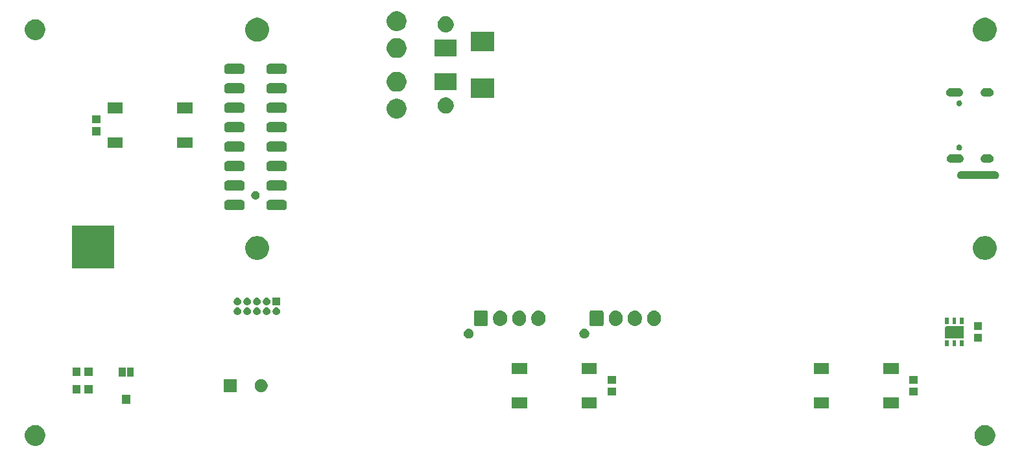
<source format=gbs>
G04 #@! TF.GenerationSoftware,KiCad,Pcbnew,(5.1.4)-1*
G04 #@! TF.CreationDate,2020-04-03T20:38:11+08:00*
G04 #@! TF.ProjectId,SmartAPS,536d6172-7441-4505-932e-6b696361645f,1.0*
G04 #@! TF.SameCoordinates,PX5f5e100PY7bfa480*
G04 #@! TF.FileFunction,Soldermask,Bot*
G04 #@! TF.FilePolarity,Negative*
%FSLAX46Y46*%
G04 Gerber Fmt 4.6, Leading zero omitted, Abs format (unit mm)*
G04 Created by KiCad (PCBNEW (5.1.4)-1) date 2020-04-03 20:38:11*
%MOMM*%
%LPD*%
G04 APERTURE LIST*
%ADD10C,0.100000*%
G04 APERTURE END LIST*
D10*
G36*
X13300000Y25300000D02*
G01*
X7800000Y25300000D01*
X7800000Y30900000D01*
X13300000Y30900000D01*
X13300000Y25300000D01*
G37*
G36*
X127393779Y4798121D02*
G01*
X127639465Y4696355D01*
X127860572Y4548616D01*
X128048616Y4360572D01*
X128196355Y4139465D01*
X128298121Y3893779D01*
X128350000Y3632966D01*
X128350000Y3367034D01*
X128298121Y3106221D01*
X128196355Y2860535D01*
X128048616Y2639428D01*
X127860572Y2451384D01*
X127639465Y2303645D01*
X127393779Y2201879D01*
X127132966Y2150000D01*
X126867034Y2150000D01*
X126606221Y2201879D01*
X126360535Y2303645D01*
X126139428Y2451384D01*
X125951384Y2639428D01*
X125803645Y2860535D01*
X125701879Y3106221D01*
X125650000Y3367034D01*
X125650000Y3632966D01*
X125701879Y3893779D01*
X125803645Y4139465D01*
X125951384Y4360572D01*
X126139428Y4548616D01*
X126360535Y4696355D01*
X126606221Y4798121D01*
X126867034Y4850000D01*
X127132966Y4850000D01*
X127393779Y4798121D01*
X127393779Y4798121D01*
G37*
G36*
X3393779Y4798121D02*
G01*
X3639465Y4696355D01*
X3860572Y4548616D01*
X4048616Y4360572D01*
X4196355Y4139465D01*
X4298121Y3893779D01*
X4350000Y3632966D01*
X4350000Y3367034D01*
X4298121Y3106221D01*
X4196355Y2860535D01*
X4048616Y2639428D01*
X3860572Y2451384D01*
X3639465Y2303645D01*
X3393779Y2201879D01*
X3132966Y2150000D01*
X2867034Y2150000D01*
X2606221Y2201879D01*
X2360535Y2303645D01*
X2139428Y2451384D01*
X1951384Y2639428D01*
X1803645Y2860535D01*
X1701879Y3106221D01*
X1650000Y3367034D01*
X1650000Y3632966D01*
X1701879Y3893779D01*
X1803645Y4139465D01*
X1951384Y4360572D01*
X2139428Y4548616D01*
X2360535Y4696355D01*
X2606221Y4798121D01*
X2867034Y4850000D01*
X3132966Y4850000D01*
X3393779Y4798121D01*
X3393779Y4798121D01*
G37*
G36*
X76350000Y7050000D02*
G01*
X74350000Y7050000D01*
X74350000Y8450000D01*
X76350000Y8450000D01*
X76350000Y7050000D01*
X76350000Y7050000D01*
G37*
G36*
X106650000Y7050000D02*
G01*
X104650000Y7050000D01*
X104650000Y8450000D01*
X106650000Y8450000D01*
X106650000Y7050000D01*
X106650000Y7050000D01*
G37*
G36*
X115750000Y7050000D02*
G01*
X113750000Y7050000D01*
X113750000Y8450000D01*
X115750000Y8450000D01*
X115750000Y7050000D01*
X115750000Y7050000D01*
G37*
G36*
X67250000Y7050000D02*
G01*
X65250000Y7050000D01*
X65250000Y8450000D01*
X67250000Y8450000D01*
X67250000Y7050000D01*
X67250000Y7050000D01*
G37*
G36*
X15450000Y7625000D02*
G01*
X14350000Y7625000D01*
X14350000Y8825000D01*
X15450000Y8825000D01*
X15450000Y7625000D01*
X15450000Y7625000D01*
G37*
G36*
X78840000Y8715000D02*
G01*
X77760000Y8715000D01*
X77760000Y9745000D01*
X78840000Y9745000D01*
X78840000Y8715000D01*
X78840000Y8715000D01*
G37*
G36*
X118240000Y8715000D02*
G01*
X117160000Y8715000D01*
X117160000Y9745000D01*
X118240000Y9745000D01*
X118240000Y8715000D01*
X118240000Y8715000D01*
G37*
G36*
X8945000Y8960000D02*
G01*
X7915000Y8960000D01*
X7915000Y10040000D01*
X8945000Y10040000D01*
X8945000Y8960000D01*
X8945000Y8960000D01*
G37*
G36*
X10485000Y8960000D02*
G01*
X9455000Y8960000D01*
X9455000Y10040000D01*
X10485000Y10040000D01*
X10485000Y8960000D01*
X10485000Y8960000D01*
G37*
G36*
X29350000Y9150000D02*
G01*
X27650000Y9150000D01*
X27650000Y10850000D01*
X29350000Y10850000D01*
X29350000Y9150000D01*
X29350000Y9150000D01*
G37*
G36*
X32747934Y10817336D02*
G01*
X32902625Y10753261D01*
X32902626Y10753260D01*
X33041844Y10660238D01*
X33160238Y10541844D01*
X33222533Y10448612D01*
X33253261Y10402625D01*
X33317336Y10247934D01*
X33350000Y10083720D01*
X33350000Y9916280D01*
X33317336Y9752066D01*
X33253261Y9597375D01*
X33253260Y9597374D01*
X33160238Y9458156D01*
X33041844Y9339762D01*
X32948612Y9277467D01*
X32902625Y9246739D01*
X32747934Y9182664D01*
X32583720Y9150000D01*
X32416280Y9150000D01*
X32252066Y9182664D01*
X32097375Y9246739D01*
X32051388Y9277467D01*
X31958156Y9339762D01*
X31839762Y9458156D01*
X31746740Y9597374D01*
X31746739Y9597375D01*
X31682664Y9752066D01*
X31650000Y9916280D01*
X31650000Y10083720D01*
X31682664Y10247934D01*
X31746739Y10402625D01*
X31777467Y10448612D01*
X31839762Y10541844D01*
X31958156Y10660238D01*
X32097374Y10753260D01*
X32097375Y10753261D01*
X32252066Y10817336D01*
X32416280Y10850000D01*
X32583720Y10850000D01*
X32747934Y10817336D01*
X32747934Y10817336D01*
G37*
G36*
X118240000Y10255000D02*
G01*
X117160000Y10255000D01*
X117160000Y11285000D01*
X118240000Y11285000D01*
X118240000Y10255000D01*
X118240000Y10255000D01*
G37*
G36*
X78840000Y10255000D02*
G01*
X77760000Y10255000D01*
X77760000Y11285000D01*
X78840000Y11285000D01*
X78840000Y10255000D01*
X78840000Y10255000D01*
G37*
G36*
X15900000Y11175000D02*
G01*
X15000000Y11175000D01*
X15000000Y12375000D01*
X15900000Y12375000D01*
X15900000Y11175000D01*
X15900000Y11175000D01*
G37*
G36*
X14800000Y11175000D02*
G01*
X13900000Y11175000D01*
X13900000Y12375000D01*
X14800000Y12375000D01*
X14800000Y11175000D01*
X14800000Y11175000D01*
G37*
G36*
X8945000Y11260000D02*
G01*
X7915000Y11260000D01*
X7915000Y12340000D01*
X8945000Y12340000D01*
X8945000Y11260000D01*
X8945000Y11260000D01*
G37*
G36*
X10485000Y11260000D02*
G01*
X9455000Y11260000D01*
X9455000Y12340000D01*
X10485000Y12340000D01*
X10485000Y11260000D01*
X10485000Y11260000D01*
G37*
G36*
X106650000Y11550000D02*
G01*
X104650000Y11550000D01*
X104650000Y12950000D01*
X106650000Y12950000D01*
X106650000Y11550000D01*
X106650000Y11550000D01*
G37*
G36*
X115750000Y11550000D02*
G01*
X113750000Y11550000D01*
X113750000Y12950000D01*
X115750000Y12950000D01*
X115750000Y11550000D01*
X115750000Y11550000D01*
G37*
G36*
X67250000Y11550000D02*
G01*
X65250000Y11550000D01*
X65250000Y12950000D01*
X67250000Y12950000D01*
X67250000Y11550000D01*
X67250000Y11550000D01*
G37*
G36*
X76350000Y11550000D02*
G01*
X74350000Y11550000D01*
X74350000Y12950000D01*
X76350000Y12950000D01*
X76350000Y11550000D01*
X76350000Y11550000D01*
G37*
G36*
X123250000Y15150000D02*
G01*
X122750000Y15150000D01*
X122750000Y15950000D01*
X123250000Y15950000D01*
X123250000Y15150000D01*
X123250000Y15150000D01*
G37*
G36*
X124250000Y15150000D02*
G01*
X123750000Y15150000D01*
X123750000Y15950000D01*
X124250000Y15950000D01*
X124250000Y15150000D01*
X124250000Y15150000D01*
G37*
G36*
X122250000Y15150000D02*
G01*
X121750000Y15150000D01*
X121750000Y15950000D01*
X122250000Y15950000D01*
X122250000Y15150000D01*
X122250000Y15150000D01*
G37*
G36*
X126640000Y15715000D02*
G01*
X125560000Y15715000D01*
X125560000Y16745000D01*
X126640000Y16745000D01*
X126640000Y15715000D01*
X126640000Y15715000D01*
G37*
G36*
X74889597Y17425022D02*
G01*
X75007890Y17376024D01*
X75114348Y17304891D01*
X75204891Y17214348D01*
X75276024Y17107890D01*
X75325022Y16989597D01*
X75350000Y16864022D01*
X75350000Y16735978D01*
X75325022Y16610403D01*
X75276024Y16492110D01*
X75204891Y16385652D01*
X75114348Y16295109D01*
X75007890Y16223976D01*
X74889597Y16174978D01*
X74764022Y16150000D01*
X74635978Y16150000D01*
X74510403Y16174978D01*
X74392110Y16223976D01*
X74285652Y16295109D01*
X74195109Y16385652D01*
X74123976Y16492110D01*
X74074978Y16610403D01*
X74050000Y16735978D01*
X74050000Y16864022D01*
X74074978Y16989597D01*
X74123976Y17107890D01*
X74195109Y17214348D01*
X74285652Y17304891D01*
X74392110Y17376024D01*
X74510403Y17425022D01*
X74635978Y17450000D01*
X74764022Y17450000D01*
X74889597Y17425022D01*
X74889597Y17425022D01*
G37*
G36*
X59789597Y17425022D02*
G01*
X59907890Y17376024D01*
X60014348Y17304891D01*
X60104891Y17214348D01*
X60176024Y17107890D01*
X60225022Y16989597D01*
X60250000Y16864022D01*
X60250000Y16735978D01*
X60225022Y16610403D01*
X60176024Y16492110D01*
X60104891Y16385652D01*
X60014348Y16295109D01*
X59907890Y16223976D01*
X59789597Y16174978D01*
X59664022Y16150000D01*
X59535978Y16150000D01*
X59410403Y16174978D01*
X59292110Y16223976D01*
X59185652Y16295109D01*
X59095109Y16385652D01*
X59023976Y16492110D01*
X58974978Y16610403D01*
X58950000Y16735978D01*
X58950000Y16864022D01*
X58974978Y16989597D01*
X59023976Y17107890D01*
X59095109Y17214348D01*
X59185652Y17304891D01*
X59292110Y17376024D01*
X59410403Y17425022D01*
X59535978Y17450000D01*
X59664022Y17450000D01*
X59789597Y17425022D01*
X59789597Y17425022D01*
G37*
G36*
X124199996Y17800242D02*
G01*
X124200000Y17800242D01*
X124209802Y17799277D01*
X124219227Y17796418D01*
X124227913Y17791775D01*
X124235526Y17785526D01*
X124241775Y17777913D01*
X124246418Y17769227D01*
X124249277Y17759802D01*
X124250242Y17750000D01*
X124250435Y17748038D01*
X124250435Y16251962D01*
X124250242Y16250004D01*
X124250242Y16250000D01*
X124249277Y16240198D01*
X124246418Y16230773D01*
X124241775Y16222087D01*
X124235526Y16214474D01*
X124227913Y16208225D01*
X124219227Y16203582D01*
X124209802Y16200723D01*
X124200000Y16199758D01*
X124199996Y16199758D01*
X124198038Y16199565D01*
X121801962Y16199565D01*
X121800004Y16199758D01*
X121800000Y16199758D01*
X121790198Y16200723D01*
X121780773Y16203582D01*
X121772087Y16208225D01*
X121764474Y16214474D01*
X121758225Y16222087D01*
X121753582Y16230773D01*
X121750723Y16240198D01*
X121749758Y16250000D01*
X121749758Y16250004D01*
X121749565Y16251962D01*
X121749565Y17548038D01*
X121749758Y17550000D01*
X121750723Y17559802D01*
X121753582Y17569227D01*
X121758225Y17577913D01*
X121764474Y17585526D01*
X121764478Y17585530D01*
X121765723Y17587047D01*
X121962953Y17784277D01*
X121964470Y17785522D01*
X121964474Y17785526D01*
X121972087Y17791775D01*
X121980773Y17796418D01*
X121990198Y17799277D01*
X122000000Y17800242D01*
X122000004Y17800242D01*
X122001962Y17800435D01*
X124198038Y17800435D01*
X124199996Y17800242D01*
X124199996Y17800242D01*
G37*
G36*
X126640000Y17255000D02*
G01*
X125560000Y17255000D01*
X125560000Y18285000D01*
X126640000Y18285000D01*
X126640000Y17255000D01*
X126640000Y17255000D01*
G37*
G36*
X83976427Y19811978D02*
G01*
X84146082Y19760514D01*
X84302431Y19676944D01*
X84439475Y19564475D01*
X84551944Y19427431D01*
X84635514Y19271083D01*
X84686978Y19101428D01*
X84700000Y18969216D01*
X84700000Y18630785D01*
X84686978Y18498573D01*
X84635514Y18328917D01*
X84551944Y18172569D01*
X84439475Y18035525D01*
X84302431Y17923056D01*
X84146083Y17839486D01*
X83976428Y17788022D01*
X83800000Y17770645D01*
X83623573Y17788022D01*
X83453918Y17839486D01*
X83297570Y17923056D01*
X83160525Y18035525D01*
X83048056Y18172569D01*
X82964486Y18328917D01*
X82913022Y18498572D01*
X82900000Y18630784D01*
X82900000Y18969215D01*
X82913022Y19101427D01*
X82964486Y19271082D01*
X83048056Y19427431D01*
X83160525Y19564475D01*
X83297569Y19676944D01*
X83453917Y19760514D01*
X83623572Y19811978D01*
X83800000Y19829355D01*
X83976427Y19811978D01*
X83976427Y19811978D01*
G37*
G36*
X68876427Y19811978D02*
G01*
X69046082Y19760514D01*
X69202431Y19676944D01*
X69339475Y19564475D01*
X69451944Y19427431D01*
X69535514Y19271083D01*
X69586978Y19101428D01*
X69600000Y18969216D01*
X69600000Y18630785D01*
X69586978Y18498573D01*
X69535514Y18328917D01*
X69451944Y18172569D01*
X69339475Y18035525D01*
X69202431Y17923056D01*
X69046083Y17839486D01*
X68876428Y17788022D01*
X68700000Y17770645D01*
X68523573Y17788022D01*
X68353918Y17839486D01*
X68197570Y17923056D01*
X68060525Y18035525D01*
X67948056Y18172569D01*
X67864486Y18328917D01*
X67813022Y18498572D01*
X67800000Y18630784D01*
X67800000Y18969215D01*
X67813022Y19101427D01*
X67864486Y19271082D01*
X67948056Y19427431D01*
X68060525Y19564475D01*
X68197569Y19676944D01*
X68353917Y19760514D01*
X68523572Y19811978D01*
X68700000Y19829355D01*
X68876427Y19811978D01*
X68876427Y19811978D01*
G37*
G36*
X66376427Y19811978D02*
G01*
X66546082Y19760514D01*
X66702431Y19676944D01*
X66839475Y19564475D01*
X66951944Y19427431D01*
X67035514Y19271083D01*
X67086978Y19101428D01*
X67100000Y18969216D01*
X67100000Y18630785D01*
X67086978Y18498573D01*
X67035514Y18328917D01*
X66951944Y18172569D01*
X66839475Y18035525D01*
X66702431Y17923056D01*
X66546083Y17839486D01*
X66376428Y17788022D01*
X66200000Y17770645D01*
X66023573Y17788022D01*
X65853918Y17839486D01*
X65697570Y17923056D01*
X65560525Y18035525D01*
X65448056Y18172569D01*
X65364486Y18328917D01*
X65313022Y18498572D01*
X65300000Y18630784D01*
X65300000Y18969215D01*
X65313022Y19101427D01*
X65364486Y19271082D01*
X65448056Y19427431D01*
X65560525Y19564475D01*
X65697569Y19676944D01*
X65853917Y19760514D01*
X66023572Y19811978D01*
X66200000Y19829355D01*
X66376427Y19811978D01*
X66376427Y19811978D01*
G37*
G36*
X63876427Y19811978D02*
G01*
X64046082Y19760514D01*
X64202431Y19676944D01*
X64339475Y19564475D01*
X64451944Y19427431D01*
X64535514Y19271083D01*
X64586978Y19101428D01*
X64600000Y18969216D01*
X64600000Y18630785D01*
X64586978Y18498573D01*
X64535514Y18328917D01*
X64451944Y18172569D01*
X64339475Y18035525D01*
X64202431Y17923056D01*
X64046083Y17839486D01*
X63876428Y17788022D01*
X63700000Y17770645D01*
X63523573Y17788022D01*
X63353918Y17839486D01*
X63197570Y17923056D01*
X63060525Y18035525D01*
X62948056Y18172569D01*
X62864486Y18328917D01*
X62813022Y18498572D01*
X62800000Y18630784D01*
X62800000Y18969215D01*
X62813022Y19101427D01*
X62864486Y19271082D01*
X62948056Y19427431D01*
X63060525Y19564475D01*
X63197569Y19676944D01*
X63353917Y19760514D01*
X63523572Y19811978D01*
X63700000Y19829355D01*
X63876427Y19811978D01*
X63876427Y19811978D01*
G37*
G36*
X78976427Y19811978D02*
G01*
X79146082Y19760514D01*
X79302431Y19676944D01*
X79439475Y19564475D01*
X79551944Y19427431D01*
X79635514Y19271083D01*
X79686978Y19101428D01*
X79700000Y18969216D01*
X79700000Y18630785D01*
X79686978Y18498573D01*
X79635514Y18328917D01*
X79551944Y18172569D01*
X79439475Y18035525D01*
X79302431Y17923056D01*
X79146083Y17839486D01*
X78976428Y17788022D01*
X78800000Y17770645D01*
X78623573Y17788022D01*
X78453918Y17839486D01*
X78297570Y17923056D01*
X78160525Y18035525D01*
X78048056Y18172569D01*
X77964486Y18328917D01*
X77913022Y18498572D01*
X77900000Y18630784D01*
X77900000Y18969215D01*
X77913022Y19101427D01*
X77964486Y19271082D01*
X78048056Y19427431D01*
X78160525Y19564475D01*
X78297569Y19676944D01*
X78453917Y19760514D01*
X78623572Y19811978D01*
X78800000Y19829355D01*
X78976427Y19811978D01*
X78976427Y19811978D01*
G37*
G36*
X81476427Y19811978D02*
G01*
X81646082Y19760514D01*
X81802431Y19676944D01*
X81939475Y19564475D01*
X82051944Y19427431D01*
X82135514Y19271083D01*
X82186978Y19101428D01*
X82200000Y18969216D01*
X82200000Y18630785D01*
X82186978Y18498573D01*
X82135514Y18328917D01*
X82051944Y18172569D01*
X81939475Y18035525D01*
X81802431Y17923056D01*
X81646083Y17839486D01*
X81476428Y17788022D01*
X81300000Y17770645D01*
X81123573Y17788022D01*
X80953918Y17839486D01*
X80797570Y17923056D01*
X80660525Y18035525D01*
X80548056Y18172569D01*
X80464486Y18328917D01*
X80413022Y18498572D01*
X80400000Y18630784D01*
X80400000Y18969215D01*
X80413022Y19101427D01*
X80464486Y19271082D01*
X80548056Y19427431D01*
X80660525Y19564475D01*
X80797569Y19676944D01*
X80953917Y19760514D01*
X81123572Y19811978D01*
X81300000Y19829355D01*
X81476427Y19811978D01*
X81476427Y19811978D01*
G37*
G36*
X61909621Y19820268D02*
G01*
X61953950Y19806820D01*
X61994797Y19784987D01*
X62030602Y19755602D01*
X62059987Y19719797D01*
X62081820Y19678950D01*
X62095268Y19634621D01*
X62100000Y19586569D01*
X62100000Y18013431D01*
X62095268Y17965379D01*
X62081820Y17921050D01*
X62059987Y17880203D01*
X62030602Y17844398D01*
X61994797Y17815013D01*
X61953950Y17793180D01*
X61909621Y17779732D01*
X61861569Y17775000D01*
X60538431Y17775000D01*
X60490379Y17779732D01*
X60446050Y17793180D01*
X60405203Y17815013D01*
X60369398Y17844398D01*
X60340013Y17880203D01*
X60318180Y17921050D01*
X60304732Y17965379D01*
X60300000Y18013431D01*
X60300000Y19586569D01*
X60304732Y19634621D01*
X60318180Y19678950D01*
X60340013Y19719797D01*
X60369398Y19755602D01*
X60405203Y19784987D01*
X60446050Y19806820D01*
X60490379Y19820268D01*
X60538431Y19825000D01*
X61861569Y19825000D01*
X61909621Y19820268D01*
X61909621Y19820268D01*
G37*
G36*
X77009621Y19820268D02*
G01*
X77053950Y19806820D01*
X77094797Y19784987D01*
X77130602Y19755602D01*
X77159987Y19719797D01*
X77181820Y19678950D01*
X77195268Y19634621D01*
X77200000Y19586569D01*
X77200000Y18013431D01*
X77195268Y17965379D01*
X77181820Y17921050D01*
X77159987Y17880203D01*
X77130602Y17844398D01*
X77094797Y17815013D01*
X77053950Y17793180D01*
X77009621Y17779732D01*
X76961569Y17775000D01*
X75638431Y17775000D01*
X75590379Y17779732D01*
X75546050Y17793180D01*
X75505203Y17815013D01*
X75469398Y17844398D01*
X75440013Y17880203D01*
X75418180Y17921050D01*
X75404732Y17965379D01*
X75400000Y18013431D01*
X75400000Y19586569D01*
X75404732Y19634621D01*
X75418180Y19678950D01*
X75440013Y19719797D01*
X75469398Y19755602D01*
X75505203Y19784987D01*
X75546050Y19806820D01*
X75590379Y19820268D01*
X75638431Y19825000D01*
X76961569Y19825000D01*
X77009621Y19820268D01*
X77009621Y19820268D01*
G37*
G36*
X123250000Y18050000D02*
G01*
X122750000Y18050000D01*
X122750000Y18850000D01*
X123250000Y18850000D01*
X123250000Y18050000D01*
X123250000Y18050000D01*
G37*
G36*
X124250000Y18050000D02*
G01*
X123750000Y18050000D01*
X123750000Y18850000D01*
X124250000Y18850000D01*
X124250000Y18050000D01*
X124250000Y18050000D01*
G37*
G36*
X122250000Y18050000D02*
G01*
X121750000Y18050000D01*
X121750000Y18850000D01*
X122250000Y18850000D01*
X122250000Y18050000D01*
X122250000Y18050000D01*
G37*
G36*
X29518017Y20222765D02*
G01*
X29612267Y20194175D01*
X29670175Y20163222D01*
X29699128Y20147747D01*
X29699130Y20147746D01*
X29699129Y20147746D01*
X29775264Y20085264D01*
X29837746Y20009129D01*
X29884175Y19922267D01*
X29912765Y19828017D01*
X29922419Y19730000D01*
X29912765Y19631983D01*
X29884175Y19537733D01*
X29837746Y19450871D01*
X29775264Y19374736D01*
X29705954Y19317856D01*
X29699128Y19312253D01*
X29670175Y19296778D01*
X29612267Y19265825D01*
X29518017Y19237235D01*
X29444560Y19230000D01*
X29395440Y19230000D01*
X29321983Y19237235D01*
X29227733Y19265825D01*
X29169825Y19296778D01*
X29140872Y19312253D01*
X29134046Y19317856D01*
X29064736Y19374736D01*
X29002254Y19450871D01*
X28955825Y19537733D01*
X28927235Y19631983D01*
X28917581Y19730000D01*
X28927235Y19828017D01*
X28955825Y19922267D01*
X29002254Y20009129D01*
X29064736Y20085264D01*
X29140871Y20147746D01*
X29140870Y20147746D01*
X29140872Y20147747D01*
X29169825Y20163222D01*
X29227733Y20194175D01*
X29321983Y20222765D01*
X29395440Y20230000D01*
X29444560Y20230000D01*
X29518017Y20222765D01*
X29518017Y20222765D01*
G37*
G36*
X34598017Y20222765D02*
G01*
X34692267Y20194175D01*
X34750175Y20163222D01*
X34779128Y20147747D01*
X34779130Y20147746D01*
X34779129Y20147746D01*
X34855264Y20085264D01*
X34917746Y20009129D01*
X34964175Y19922267D01*
X34992765Y19828017D01*
X35002419Y19730000D01*
X34992765Y19631983D01*
X34964175Y19537733D01*
X34917746Y19450871D01*
X34855264Y19374736D01*
X34785955Y19317856D01*
X34779128Y19312253D01*
X34750175Y19296778D01*
X34692267Y19265825D01*
X34598017Y19237235D01*
X34524560Y19230000D01*
X34475440Y19230000D01*
X34401983Y19237235D01*
X34307733Y19265825D01*
X34249825Y19296778D01*
X34220872Y19312253D01*
X34214046Y19317856D01*
X34144736Y19374736D01*
X34082254Y19450871D01*
X34035825Y19537733D01*
X34007235Y19631983D01*
X33997581Y19730000D01*
X34007235Y19828017D01*
X34035825Y19922267D01*
X34082254Y20009129D01*
X34144736Y20085264D01*
X34220871Y20147746D01*
X34220870Y20147746D01*
X34220872Y20147747D01*
X34249825Y20163222D01*
X34307733Y20194175D01*
X34401983Y20222765D01*
X34475440Y20230000D01*
X34524560Y20230000D01*
X34598017Y20222765D01*
X34598017Y20222765D01*
G37*
G36*
X32058017Y20222765D02*
G01*
X32152267Y20194175D01*
X32210175Y20163222D01*
X32239128Y20147747D01*
X32239130Y20147746D01*
X32239129Y20147746D01*
X32315264Y20085264D01*
X32377746Y20009129D01*
X32424175Y19922267D01*
X32452765Y19828017D01*
X32462419Y19730000D01*
X32452765Y19631983D01*
X32424175Y19537733D01*
X32377746Y19450871D01*
X32315264Y19374736D01*
X32245954Y19317856D01*
X32239128Y19312253D01*
X32210175Y19296778D01*
X32152267Y19265825D01*
X32058017Y19237235D01*
X31984560Y19230000D01*
X31935440Y19230000D01*
X31861983Y19237235D01*
X31767733Y19265825D01*
X31709825Y19296778D01*
X31680872Y19312253D01*
X31674046Y19317856D01*
X31604736Y19374736D01*
X31542254Y19450871D01*
X31495825Y19537733D01*
X31467235Y19631983D01*
X31457581Y19730000D01*
X31467235Y19828017D01*
X31495825Y19922267D01*
X31542254Y20009129D01*
X31604736Y20085264D01*
X31680871Y20147746D01*
X31680870Y20147746D01*
X31680872Y20147747D01*
X31709825Y20163222D01*
X31767733Y20194175D01*
X31861983Y20222765D01*
X31935440Y20230000D01*
X31984560Y20230000D01*
X32058017Y20222765D01*
X32058017Y20222765D01*
G37*
G36*
X33328017Y20222765D02*
G01*
X33422267Y20194175D01*
X33480175Y20163222D01*
X33509128Y20147747D01*
X33509130Y20147746D01*
X33509129Y20147746D01*
X33585264Y20085264D01*
X33647746Y20009129D01*
X33694175Y19922267D01*
X33722765Y19828017D01*
X33732419Y19730000D01*
X33722765Y19631983D01*
X33694175Y19537733D01*
X33647746Y19450871D01*
X33585264Y19374736D01*
X33515954Y19317856D01*
X33509128Y19312253D01*
X33480175Y19296778D01*
X33422267Y19265825D01*
X33328017Y19237235D01*
X33254560Y19230000D01*
X33205440Y19230000D01*
X33131983Y19237235D01*
X33037733Y19265825D01*
X32979825Y19296778D01*
X32950872Y19312253D01*
X32944046Y19317856D01*
X32874736Y19374736D01*
X32812254Y19450871D01*
X32765825Y19537733D01*
X32737235Y19631983D01*
X32727581Y19730000D01*
X32737235Y19828017D01*
X32765825Y19922267D01*
X32812254Y20009129D01*
X32874736Y20085264D01*
X32950871Y20147746D01*
X32950870Y20147746D01*
X32950872Y20147747D01*
X32979825Y20163222D01*
X33037733Y20194175D01*
X33131983Y20222765D01*
X33205440Y20230000D01*
X33254560Y20230000D01*
X33328017Y20222765D01*
X33328017Y20222765D01*
G37*
G36*
X30788017Y20222765D02*
G01*
X30882267Y20194175D01*
X30940175Y20163222D01*
X30969128Y20147747D01*
X30969130Y20147746D01*
X30969129Y20147746D01*
X31045264Y20085264D01*
X31107746Y20009129D01*
X31154175Y19922267D01*
X31182765Y19828017D01*
X31192419Y19730000D01*
X31182765Y19631983D01*
X31154175Y19537733D01*
X31107746Y19450871D01*
X31045264Y19374736D01*
X30975954Y19317856D01*
X30969128Y19312253D01*
X30940175Y19296778D01*
X30882267Y19265825D01*
X30788017Y19237235D01*
X30714560Y19230000D01*
X30665440Y19230000D01*
X30591983Y19237235D01*
X30497733Y19265825D01*
X30439825Y19296778D01*
X30410872Y19312253D01*
X30404046Y19317856D01*
X30334736Y19374736D01*
X30272254Y19450871D01*
X30225825Y19537733D01*
X30197235Y19631983D01*
X30187581Y19730000D01*
X30197235Y19828017D01*
X30225825Y19922267D01*
X30272254Y20009129D01*
X30334736Y20085264D01*
X30410871Y20147746D01*
X30410870Y20147746D01*
X30410872Y20147747D01*
X30439825Y20163222D01*
X30497733Y20194175D01*
X30591983Y20222765D01*
X30665440Y20230000D01*
X30714560Y20230000D01*
X30788017Y20222765D01*
X30788017Y20222765D01*
G37*
G36*
X32058017Y21492765D02*
G01*
X32152267Y21464175D01*
X32210175Y21433222D01*
X32239128Y21417747D01*
X32239130Y21417746D01*
X32239129Y21417746D01*
X32315264Y21355264D01*
X32377746Y21279129D01*
X32424175Y21192267D01*
X32452765Y21098017D01*
X32462419Y21000000D01*
X32452765Y20901983D01*
X32424175Y20807733D01*
X32377746Y20720871D01*
X32315264Y20644736D01*
X32245954Y20587856D01*
X32239128Y20582253D01*
X32210175Y20566778D01*
X32152267Y20535825D01*
X32058017Y20507235D01*
X31984560Y20500000D01*
X31935440Y20500000D01*
X31861983Y20507235D01*
X31767733Y20535825D01*
X31709825Y20566778D01*
X31680872Y20582253D01*
X31674046Y20587856D01*
X31604736Y20644736D01*
X31542254Y20720871D01*
X31495825Y20807733D01*
X31467235Y20901983D01*
X31457581Y21000000D01*
X31467235Y21098017D01*
X31495825Y21192267D01*
X31542254Y21279129D01*
X31604736Y21355264D01*
X31680871Y21417746D01*
X31680870Y21417746D01*
X31680872Y21417747D01*
X31709825Y21433222D01*
X31767733Y21464175D01*
X31861983Y21492765D01*
X31935440Y21500000D01*
X31984560Y21500000D01*
X32058017Y21492765D01*
X32058017Y21492765D01*
G37*
G36*
X30788017Y21492765D02*
G01*
X30882267Y21464175D01*
X30940175Y21433222D01*
X30969128Y21417747D01*
X30969130Y21417746D01*
X30969129Y21417746D01*
X31045264Y21355264D01*
X31107746Y21279129D01*
X31154175Y21192267D01*
X31182765Y21098017D01*
X31192419Y21000000D01*
X31182765Y20901983D01*
X31154175Y20807733D01*
X31107746Y20720871D01*
X31045264Y20644736D01*
X30975954Y20587856D01*
X30969128Y20582253D01*
X30940175Y20566778D01*
X30882267Y20535825D01*
X30788017Y20507235D01*
X30714560Y20500000D01*
X30665440Y20500000D01*
X30591983Y20507235D01*
X30497733Y20535825D01*
X30439825Y20566778D01*
X30410872Y20582253D01*
X30404046Y20587856D01*
X30334736Y20644736D01*
X30272254Y20720871D01*
X30225825Y20807733D01*
X30197235Y20901983D01*
X30187581Y21000000D01*
X30197235Y21098017D01*
X30225825Y21192267D01*
X30272254Y21279129D01*
X30334736Y21355264D01*
X30410871Y21417746D01*
X30410870Y21417746D01*
X30410872Y21417747D01*
X30439825Y21433222D01*
X30497733Y21464175D01*
X30591983Y21492765D01*
X30665440Y21500000D01*
X30714560Y21500000D01*
X30788017Y21492765D01*
X30788017Y21492765D01*
G37*
G36*
X35000000Y20500000D02*
G01*
X34000000Y20500000D01*
X34000000Y21500000D01*
X35000000Y21500000D01*
X35000000Y20500000D01*
X35000000Y20500000D01*
G37*
G36*
X29518017Y21492765D02*
G01*
X29612267Y21464175D01*
X29670175Y21433222D01*
X29699128Y21417747D01*
X29699130Y21417746D01*
X29699129Y21417746D01*
X29775264Y21355264D01*
X29837746Y21279129D01*
X29884175Y21192267D01*
X29912765Y21098017D01*
X29922419Y21000000D01*
X29912765Y20901983D01*
X29884175Y20807733D01*
X29837746Y20720871D01*
X29775264Y20644736D01*
X29705954Y20587856D01*
X29699128Y20582253D01*
X29670175Y20566778D01*
X29612267Y20535825D01*
X29518017Y20507235D01*
X29444560Y20500000D01*
X29395440Y20500000D01*
X29321983Y20507235D01*
X29227733Y20535825D01*
X29169825Y20566778D01*
X29140872Y20582253D01*
X29134046Y20587856D01*
X29064736Y20644736D01*
X29002254Y20720871D01*
X28955825Y20807733D01*
X28927235Y20901983D01*
X28917581Y21000000D01*
X28927235Y21098017D01*
X28955825Y21192267D01*
X29002254Y21279129D01*
X29064736Y21355264D01*
X29140871Y21417746D01*
X29140870Y21417746D01*
X29140872Y21417747D01*
X29169825Y21433222D01*
X29227733Y21464175D01*
X29321983Y21492765D01*
X29395440Y21500000D01*
X29444560Y21500000D01*
X29518017Y21492765D01*
X29518017Y21492765D01*
G37*
G36*
X33328017Y21492765D02*
G01*
X33422267Y21464175D01*
X33480175Y21433222D01*
X33509128Y21417747D01*
X33509130Y21417746D01*
X33509129Y21417746D01*
X33585264Y21355264D01*
X33647746Y21279129D01*
X33694175Y21192267D01*
X33722765Y21098017D01*
X33732419Y21000000D01*
X33722765Y20901983D01*
X33694175Y20807733D01*
X33647746Y20720871D01*
X33585264Y20644736D01*
X33515954Y20587856D01*
X33509128Y20582253D01*
X33480175Y20566778D01*
X33422267Y20535825D01*
X33328017Y20507235D01*
X33254560Y20500000D01*
X33205440Y20500000D01*
X33131983Y20507235D01*
X33037733Y20535825D01*
X32979825Y20566778D01*
X32950872Y20582253D01*
X32944046Y20587856D01*
X32874736Y20644736D01*
X32812254Y20720871D01*
X32765825Y20807733D01*
X32737235Y20901983D01*
X32727581Y21000000D01*
X32737235Y21098017D01*
X32765825Y21192267D01*
X32812254Y21279129D01*
X32874736Y21355264D01*
X32950871Y21417746D01*
X32950870Y21417746D01*
X32950872Y21417747D01*
X32979825Y21433222D01*
X33037733Y21464175D01*
X33131983Y21492765D01*
X33205440Y21500000D01*
X33254560Y21500000D01*
X33328017Y21492765D01*
X33328017Y21492765D01*
G37*
G36*
X127352299Y29500290D02*
G01*
X127452118Y29480435D01*
X127534738Y29446213D01*
X127734200Y29363593D01*
X127885969Y29262184D01*
X127988068Y29193964D01*
X128203964Y28978068D01*
X128272184Y28875969D01*
X128373593Y28724200D01*
X128490435Y28442117D01*
X128550000Y28142664D01*
X128550000Y27837336D01*
X128490435Y27537883D01*
X128373593Y27255800D01*
X128272184Y27104031D01*
X128203964Y27001932D01*
X127988068Y26786036D01*
X127885969Y26717816D01*
X127734200Y26616407D01*
X127534738Y26533787D01*
X127452118Y26499565D01*
X127352299Y26479710D01*
X127152664Y26440000D01*
X126847336Y26440000D01*
X126647701Y26479710D01*
X126547882Y26499565D01*
X126465262Y26533787D01*
X126265800Y26616407D01*
X126114031Y26717816D01*
X126011932Y26786036D01*
X125796036Y27001932D01*
X125727816Y27104031D01*
X125626407Y27255800D01*
X125509565Y27537883D01*
X125450000Y27837336D01*
X125450000Y28142664D01*
X125509565Y28442117D01*
X125626407Y28724200D01*
X125727816Y28875969D01*
X125796036Y28978068D01*
X126011932Y29193964D01*
X126114031Y29262184D01*
X126265800Y29363593D01*
X126465262Y29446213D01*
X126547882Y29480435D01*
X126647701Y29500290D01*
X126847336Y29540000D01*
X127152664Y29540000D01*
X127352299Y29500290D01*
X127352299Y29500290D01*
G37*
G36*
X32352299Y29500290D02*
G01*
X32452118Y29480435D01*
X32534738Y29446213D01*
X32734200Y29363593D01*
X32885969Y29262184D01*
X32988068Y29193964D01*
X33203964Y28978068D01*
X33272184Y28875969D01*
X33373593Y28724200D01*
X33490435Y28442117D01*
X33550000Y28142664D01*
X33550000Y27837336D01*
X33490435Y27537883D01*
X33373593Y27255800D01*
X33272184Y27104031D01*
X33203964Y27001932D01*
X32988068Y26786036D01*
X32885969Y26717816D01*
X32734200Y26616407D01*
X32534738Y26533787D01*
X32452118Y26499565D01*
X32352299Y26479710D01*
X32152664Y26440000D01*
X31847336Y26440000D01*
X31647701Y26479710D01*
X31547882Y26499565D01*
X31465262Y26533787D01*
X31265800Y26616407D01*
X31114031Y26717816D01*
X31011932Y26786036D01*
X30796036Y27001932D01*
X30727816Y27104031D01*
X30626407Y27255800D01*
X30509565Y27537883D01*
X30450000Y27837336D01*
X30450000Y28142664D01*
X30509565Y28442117D01*
X30626407Y28724200D01*
X30727816Y28875969D01*
X30796036Y28978068D01*
X31011932Y29193964D01*
X31114031Y29262184D01*
X31265800Y29363593D01*
X31465262Y29446213D01*
X31547882Y29480435D01*
X31647701Y29500290D01*
X31847336Y29540000D01*
X32152664Y29540000D01*
X32352299Y29500290D01*
X32352299Y29500290D01*
G37*
G36*
X30074462Y34243950D02*
G01*
X30131644Y34226605D01*
X30184341Y34198437D01*
X30230530Y34160530D01*
X30268437Y34114341D01*
X30296605Y34061644D01*
X30313950Y34004462D01*
X30320000Y33943039D01*
X30320000Y33256961D01*
X30313950Y33195538D01*
X30296605Y33138356D01*
X30268437Y33085659D01*
X30230530Y33039470D01*
X30184341Y33001563D01*
X30131644Y32973395D01*
X30074462Y32956050D01*
X30013039Y32950000D01*
X28026961Y32950000D01*
X27965538Y32956050D01*
X27908356Y32973395D01*
X27855659Y33001563D01*
X27809470Y33039470D01*
X27771563Y33085659D01*
X27743395Y33138356D01*
X27726050Y33195538D01*
X27720000Y33256961D01*
X27720000Y33943039D01*
X27726050Y34004462D01*
X27743395Y34061644D01*
X27771563Y34114341D01*
X27809470Y34160530D01*
X27855659Y34198437D01*
X27908356Y34226605D01*
X27965538Y34243950D01*
X28026961Y34250000D01*
X30013039Y34250000D01*
X30074462Y34243950D01*
X30074462Y34243950D01*
G37*
G36*
X35574462Y34243950D02*
G01*
X35631644Y34226605D01*
X35684341Y34198437D01*
X35730530Y34160530D01*
X35768437Y34114341D01*
X35796605Y34061644D01*
X35813950Y34004462D01*
X35820000Y33943039D01*
X35820000Y33256961D01*
X35813950Y33195538D01*
X35796605Y33138356D01*
X35768437Y33085659D01*
X35730530Y33039470D01*
X35684341Y33001563D01*
X35631644Y32973395D01*
X35574462Y32956050D01*
X35513039Y32950000D01*
X33526961Y32950000D01*
X33465538Y32956050D01*
X33408356Y32973395D01*
X33355659Y33001563D01*
X33309470Y33039470D01*
X33271563Y33085659D01*
X33243395Y33138356D01*
X33226050Y33195538D01*
X33220000Y33256961D01*
X33220000Y33943039D01*
X33226050Y34004462D01*
X33243395Y34061644D01*
X33271563Y34114341D01*
X33309470Y34160530D01*
X33355659Y34198437D01*
X33408356Y34226605D01*
X33465538Y34243950D01*
X33526961Y34250000D01*
X35513039Y34250000D01*
X35574462Y34243950D01*
X35574462Y34243950D01*
G37*
G36*
X31930428Y35398865D02*
G01*
X32030522Y35357405D01*
X32120602Y35297215D01*
X32197215Y35220602D01*
X32257405Y35130522D01*
X32298865Y35030428D01*
X32320000Y34924173D01*
X32320000Y34815827D01*
X32298865Y34709572D01*
X32257405Y34609478D01*
X32197215Y34519398D01*
X32120602Y34442785D01*
X32030522Y34382595D01*
X31930428Y34341135D01*
X31824173Y34320000D01*
X31715827Y34320000D01*
X31609572Y34341135D01*
X31509478Y34382595D01*
X31419398Y34442785D01*
X31342785Y34519398D01*
X31282595Y34609478D01*
X31241135Y34709572D01*
X31220000Y34815827D01*
X31220000Y34924173D01*
X31241135Y35030428D01*
X31282595Y35130522D01*
X31342785Y35220602D01*
X31419398Y35297215D01*
X31509478Y35357405D01*
X31609572Y35398865D01*
X31715827Y35420000D01*
X31824173Y35420000D01*
X31930428Y35398865D01*
X31930428Y35398865D01*
G37*
G36*
X35574462Y36783950D02*
G01*
X35631644Y36766605D01*
X35684341Y36738437D01*
X35730530Y36700530D01*
X35768437Y36654341D01*
X35796605Y36601644D01*
X35813950Y36544462D01*
X35820000Y36483039D01*
X35820000Y35796961D01*
X35813950Y35735538D01*
X35796605Y35678356D01*
X35768437Y35625659D01*
X35730530Y35579470D01*
X35684341Y35541563D01*
X35631644Y35513395D01*
X35574462Y35496050D01*
X35513039Y35490000D01*
X33526961Y35490000D01*
X33465538Y35496050D01*
X33408356Y35513395D01*
X33355659Y35541563D01*
X33309470Y35579470D01*
X33271563Y35625659D01*
X33243395Y35678356D01*
X33226050Y35735538D01*
X33220000Y35796961D01*
X33220000Y36483039D01*
X33226050Y36544462D01*
X33243395Y36601644D01*
X33271563Y36654341D01*
X33309470Y36700530D01*
X33355659Y36738437D01*
X33408356Y36766605D01*
X33465538Y36783950D01*
X33526961Y36790000D01*
X35513039Y36790000D01*
X35574462Y36783950D01*
X35574462Y36783950D01*
G37*
G36*
X30074462Y36783950D02*
G01*
X30131644Y36766605D01*
X30184341Y36738437D01*
X30230530Y36700530D01*
X30268437Y36654341D01*
X30296605Y36601644D01*
X30313950Y36544462D01*
X30320000Y36483039D01*
X30320000Y35796961D01*
X30313950Y35735538D01*
X30296605Y35678356D01*
X30268437Y35625659D01*
X30230530Y35579470D01*
X30184341Y35541563D01*
X30131644Y35513395D01*
X30074462Y35496050D01*
X30013039Y35490000D01*
X28026961Y35490000D01*
X27965538Y35496050D01*
X27908356Y35513395D01*
X27855659Y35541563D01*
X27809470Y35579470D01*
X27771563Y35625659D01*
X27743395Y35678356D01*
X27726050Y35735538D01*
X27720000Y35796961D01*
X27720000Y36483039D01*
X27726050Y36544462D01*
X27743395Y36601644D01*
X27771563Y36654341D01*
X27809470Y36700530D01*
X27855659Y36738437D01*
X27908356Y36766605D01*
X27965538Y36783950D01*
X28026961Y36790000D01*
X30013039Y36790000D01*
X30074462Y36783950D01*
X30074462Y36783950D01*
G37*
G36*
X128448017Y37992765D02*
G01*
X128542267Y37964175D01*
X128600175Y37933222D01*
X128629128Y37917747D01*
X128629130Y37917746D01*
X128629129Y37917746D01*
X128705264Y37855264D01*
X128767746Y37779129D01*
X128814175Y37692267D01*
X128842765Y37598017D01*
X128852419Y37500000D01*
X128842765Y37401983D01*
X128814175Y37307733D01*
X128767746Y37220871D01*
X128705264Y37144736D01*
X128635955Y37087856D01*
X128629128Y37082253D01*
X128600175Y37066778D01*
X128542267Y37035825D01*
X128448017Y37007235D01*
X128374560Y37000000D01*
X123825440Y37000000D01*
X123751983Y37007235D01*
X123657733Y37035825D01*
X123599825Y37066778D01*
X123570872Y37082253D01*
X123564046Y37087856D01*
X123494736Y37144736D01*
X123432254Y37220871D01*
X123385825Y37307733D01*
X123357235Y37401983D01*
X123347581Y37500000D01*
X123357235Y37598017D01*
X123385825Y37692267D01*
X123432254Y37779129D01*
X123494736Y37855264D01*
X123570871Y37917746D01*
X123570870Y37917746D01*
X123570872Y37917747D01*
X123599825Y37933222D01*
X123657733Y37964175D01*
X123751983Y37992765D01*
X123825440Y38000000D01*
X128374560Y38000000D01*
X128448017Y37992765D01*
X128448017Y37992765D01*
G37*
G36*
X35574462Y39323950D02*
G01*
X35631644Y39306605D01*
X35684341Y39278437D01*
X35730530Y39240530D01*
X35768437Y39194341D01*
X35796605Y39141644D01*
X35813950Y39084462D01*
X35820000Y39023039D01*
X35820000Y38336961D01*
X35813950Y38275538D01*
X35796605Y38218356D01*
X35768437Y38165659D01*
X35730530Y38119470D01*
X35684341Y38081563D01*
X35631644Y38053395D01*
X35574462Y38036050D01*
X35513039Y38030000D01*
X33526961Y38030000D01*
X33465538Y38036050D01*
X33408356Y38053395D01*
X33355659Y38081563D01*
X33309470Y38119470D01*
X33271563Y38165659D01*
X33243395Y38218356D01*
X33226050Y38275538D01*
X33220000Y38336961D01*
X33220000Y39023039D01*
X33226050Y39084462D01*
X33243395Y39141644D01*
X33271563Y39194341D01*
X33309470Y39240530D01*
X33355659Y39278437D01*
X33408356Y39306605D01*
X33465538Y39323950D01*
X33526961Y39330000D01*
X35513039Y39330000D01*
X35574462Y39323950D01*
X35574462Y39323950D01*
G37*
G36*
X30074462Y39323950D02*
G01*
X30131644Y39306605D01*
X30184341Y39278437D01*
X30230530Y39240530D01*
X30268437Y39194341D01*
X30296605Y39141644D01*
X30313950Y39084462D01*
X30320000Y39023039D01*
X30320000Y38336961D01*
X30313950Y38275538D01*
X30296605Y38218356D01*
X30268437Y38165659D01*
X30230530Y38119470D01*
X30184341Y38081563D01*
X30131644Y38053395D01*
X30074462Y38036050D01*
X30013039Y38030000D01*
X28026961Y38030000D01*
X27965538Y38036050D01*
X27908356Y38053395D01*
X27855659Y38081563D01*
X27809470Y38119470D01*
X27771563Y38165659D01*
X27743395Y38218356D01*
X27726050Y38275538D01*
X27720000Y38336961D01*
X27720000Y39023039D01*
X27726050Y39084462D01*
X27743395Y39141644D01*
X27771563Y39194341D01*
X27809470Y39240530D01*
X27855659Y39278437D01*
X27908356Y39306605D01*
X27965538Y39323950D01*
X28026961Y39330000D01*
X30013039Y39330000D01*
X30074462Y39323950D01*
X30074462Y39323950D01*
G37*
G36*
X123777819Y40222042D02*
G01*
X123881494Y40190592D01*
X123977042Y40139521D01*
X124060790Y40070790D01*
X124129521Y39987042D01*
X124180592Y39891494D01*
X124212042Y39787819D01*
X124222661Y39680000D01*
X124212042Y39572181D01*
X124180592Y39468506D01*
X124129521Y39372958D01*
X124060790Y39289210D01*
X123977042Y39220479D01*
X123881494Y39169408D01*
X123777819Y39137958D01*
X123697018Y39130000D01*
X122542982Y39130000D01*
X122462181Y39137958D01*
X122358506Y39169408D01*
X122262958Y39220479D01*
X122179210Y39289210D01*
X122110479Y39372958D01*
X122059408Y39468506D01*
X122027958Y39572181D01*
X122017339Y39680000D01*
X122027958Y39787819D01*
X122059408Y39891494D01*
X122110479Y39987042D01*
X122179210Y40070790D01*
X122262958Y40139521D01*
X122358506Y40190592D01*
X122462181Y40222042D01*
X122542982Y40230000D01*
X123697018Y40230000D01*
X123777819Y40222042D01*
X123777819Y40222042D01*
G37*
G36*
X127707819Y40222042D02*
G01*
X127811494Y40190592D01*
X127907042Y40139521D01*
X127990790Y40070790D01*
X128059521Y39987042D01*
X128110592Y39891494D01*
X128142042Y39787819D01*
X128152661Y39680000D01*
X128142042Y39572181D01*
X128110592Y39468506D01*
X128059521Y39372958D01*
X127990790Y39289210D01*
X127907042Y39220479D01*
X127811494Y39169408D01*
X127707819Y39137958D01*
X127627018Y39130000D01*
X126972982Y39130000D01*
X126892181Y39137958D01*
X126788506Y39169408D01*
X126692958Y39220479D01*
X126609210Y39289210D01*
X126540479Y39372958D01*
X126489408Y39468506D01*
X126457958Y39572181D01*
X126447339Y39680000D01*
X126457958Y39787819D01*
X126489408Y39891494D01*
X126540479Y39987042D01*
X126609210Y40070790D01*
X126692958Y40139521D01*
X126788506Y40190592D01*
X126892181Y40222042D01*
X126972982Y40230000D01*
X127627018Y40230000D01*
X127707819Y40222042D01*
X127707819Y40222042D01*
G37*
G36*
X30074462Y41863950D02*
G01*
X30131644Y41846605D01*
X30184341Y41818437D01*
X30230530Y41780530D01*
X30268437Y41734341D01*
X30296605Y41681644D01*
X30313950Y41624462D01*
X30320000Y41563039D01*
X30320000Y40876961D01*
X30313950Y40815538D01*
X30296605Y40758356D01*
X30268437Y40705659D01*
X30230530Y40659470D01*
X30184341Y40621563D01*
X30131644Y40593395D01*
X30074462Y40576050D01*
X30013039Y40570000D01*
X28026961Y40570000D01*
X27965538Y40576050D01*
X27908356Y40593395D01*
X27855659Y40621563D01*
X27809470Y40659470D01*
X27771563Y40705659D01*
X27743395Y40758356D01*
X27726050Y40815538D01*
X27720000Y40876961D01*
X27720000Y41563039D01*
X27726050Y41624462D01*
X27743395Y41681644D01*
X27771563Y41734341D01*
X27809470Y41780530D01*
X27855659Y41818437D01*
X27908356Y41846605D01*
X27965538Y41863950D01*
X28026961Y41870000D01*
X30013039Y41870000D01*
X30074462Y41863950D01*
X30074462Y41863950D01*
G37*
G36*
X35574462Y41863950D02*
G01*
X35631644Y41846605D01*
X35684341Y41818437D01*
X35730530Y41780530D01*
X35768437Y41734341D01*
X35796605Y41681644D01*
X35813950Y41624462D01*
X35820000Y41563039D01*
X35820000Y40876961D01*
X35813950Y40815538D01*
X35796605Y40758356D01*
X35768437Y40705659D01*
X35730530Y40659470D01*
X35684341Y40621563D01*
X35631644Y40593395D01*
X35574462Y40576050D01*
X35513039Y40570000D01*
X33526961Y40570000D01*
X33465538Y40576050D01*
X33408356Y40593395D01*
X33355659Y40621563D01*
X33309470Y40659470D01*
X33271563Y40705659D01*
X33243395Y40758356D01*
X33226050Y40815538D01*
X33220000Y40876961D01*
X33220000Y41563039D01*
X33226050Y41624462D01*
X33243395Y41681644D01*
X33271563Y41734341D01*
X33309470Y41780530D01*
X33355659Y41818437D01*
X33408356Y41846605D01*
X33465538Y41863950D01*
X33526961Y41870000D01*
X35513039Y41870000D01*
X35574462Y41863950D01*
X35574462Y41863950D01*
G37*
G36*
X123705148Y41481383D02*
G01*
X123723513Y41479574D01*
X123794200Y41458131D01*
X123794203Y41458130D01*
X123859346Y41423311D01*
X123916448Y41376448D01*
X123963311Y41319346D01*
X123998130Y41254203D01*
X123998131Y41254200D01*
X124019574Y41183513D01*
X124019574Y41183510D01*
X124026815Y41110000D01*
X124021225Y41053256D01*
X124019574Y41036487D01*
X123998131Y40965800D01*
X123998130Y40965797D01*
X123963311Y40900654D01*
X123916448Y40843552D01*
X123859346Y40796689D01*
X123794203Y40761870D01*
X123794200Y40761869D01*
X123723513Y40740426D01*
X123705148Y40738617D01*
X123668425Y40735000D01*
X123631575Y40735000D01*
X123594852Y40738617D01*
X123576487Y40740426D01*
X123505800Y40761869D01*
X123505797Y40761870D01*
X123440654Y40796689D01*
X123383552Y40843552D01*
X123336689Y40900654D01*
X123301870Y40965797D01*
X123301869Y40965800D01*
X123280426Y41036487D01*
X123278775Y41053256D01*
X123273185Y41110000D01*
X123280426Y41183510D01*
X123280426Y41183513D01*
X123301869Y41254200D01*
X123301870Y41254203D01*
X123336689Y41319346D01*
X123383552Y41376448D01*
X123440654Y41423311D01*
X123505797Y41458130D01*
X123505800Y41458131D01*
X123576487Y41479574D01*
X123594852Y41481383D01*
X123631575Y41485000D01*
X123668425Y41485000D01*
X123705148Y41481383D01*
X123705148Y41481383D01*
G37*
G36*
X23550000Y41050000D02*
G01*
X21550000Y41050000D01*
X21550000Y42450000D01*
X23550000Y42450000D01*
X23550000Y41050000D01*
X23550000Y41050000D01*
G37*
G36*
X14450000Y41050000D02*
G01*
X12450000Y41050000D01*
X12450000Y42450000D01*
X14450000Y42450000D01*
X14450000Y41050000D01*
X14450000Y41050000D01*
G37*
G36*
X11540000Y42715000D02*
G01*
X10460000Y42715000D01*
X10460000Y43745000D01*
X11540000Y43745000D01*
X11540000Y42715000D01*
X11540000Y42715000D01*
G37*
G36*
X35574462Y44403950D02*
G01*
X35631644Y44386605D01*
X35684341Y44358437D01*
X35730530Y44320530D01*
X35768437Y44274341D01*
X35796605Y44221644D01*
X35813950Y44164462D01*
X35820000Y44103039D01*
X35820000Y43416961D01*
X35813950Y43355538D01*
X35796605Y43298356D01*
X35768437Y43245659D01*
X35730530Y43199470D01*
X35684341Y43161563D01*
X35631644Y43133395D01*
X35574462Y43116050D01*
X35513039Y43110000D01*
X33526961Y43110000D01*
X33465538Y43116050D01*
X33408356Y43133395D01*
X33355659Y43161563D01*
X33309470Y43199470D01*
X33271563Y43245659D01*
X33243395Y43298356D01*
X33226050Y43355538D01*
X33220000Y43416961D01*
X33220000Y44103039D01*
X33226050Y44164462D01*
X33243395Y44221644D01*
X33271563Y44274341D01*
X33309470Y44320530D01*
X33355659Y44358437D01*
X33408356Y44386605D01*
X33465538Y44403950D01*
X33526961Y44410000D01*
X35513039Y44410000D01*
X35574462Y44403950D01*
X35574462Y44403950D01*
G37*
G36*
X30074462Y44403950D02*
G01*
X30131644Y44386605D01*
X30184341Y44358437D01*
X30230530Y44320530D01*
X30268437Y44274341D01*
X30296605Y44221644D01*
X30313950Y44164462D01*
X30320000Y44103039D01*
X30320000Y43416961D01*
X30313950Y43355538D01*
X30296605Y43298356D01*
X30268437Y43245659D01*
X30230530Y43199470D01*
X30184341Y43161563D01*
X30131644Y43133395D01*
X30074462Y43116050D01*
X30013039Y43110000D01*
X28026961Y43110000D01*
X27965538Y43116050D01*
X27908356Y43133395D01*
X27855659Y43161563D01*
X27809470Y43199470D01*
X27771563Y43245659D01*
X27743395Y43298356D01*
X27726050Y43355538D01*
X27720000Y43416961D01*
X27720000Y44103039D01*
X27726050Y44164462D01*
X27743395Y44221644D01*
X27771563Y44274341D01*
X27809470Y44320530D01*
X27855659Y44358437D01*
X27908356Y44386605D01*
X27965538Y44403950D01*
X28026961Y44410000D01*
X30013039Y44410000D01*
X30074462Y44403950D01*
X30074462Y44403950D01*
G37*
G36*
X11540000Y44255000D02*
G01*
X10460000Y44255000D01*
X10460000Y45285000D01*
X11540000Y45285000D01*
X11540000Y44255000D01*
X11540000Y44255000D01*
G37*
G36*
X50579194Y47450043D02*
G01*
X50815781Y47352046D01*
X50954174Y47259574D01*
X51028702Y47209776D01*
X51209776Y47028702D01*
X51209778Y47028699D01*
X51352046Y46815781D01*
X51450043Y46579194D01*
X51500000Y46328041D01*
X51500000Y46071959D01*
X51450043Y45820806D01*
X51352046Y45584219D01*
X51329181Y45550000D01*
X51209776Y45371298D01*
X51028702Y45190224D01*
X51028699Y45190222D01*
X50815781Y45047954D01*
X50579194Y44949957D01*
X50328041Y44900000D01*
X50071959Y44900000D01*
X49820806Y44949957D01*
X49584219Y45047954D01*
X49371301Y45190222D01*
X49371298Y45190224D01*
X49190224Y45371298D01*
X49070819Y45550000D01*
X49047954Y45584219D01*
X48949957Y45820806D01*
X48900000Y46071959D01*
X48900000Y46328041D01*
X48949957Y46579194D01*
X49047954Y46815781D01*
X49190222Y47028699D01*
X49190224Y47028702D01*
X49371298Y47209776D01*
X49445826Y47259574D01*
X49584219Y47352046D01*
X49820806Y47450043D01*
X50071959Y47500000D01*
X50328041Y47500000D01*
X50579194Y47450043D01*
X50579194Y47450043D01*
G37*
G36*
X23550000Y45550000D02*
G01*
X21550000Y45550000D01*
X21550000Y46950000D01*
X23550000Y46950000D01*
X23550000Y45550000D01*
X23550000Y45550000D01*
G37*
G36*
X56825131Y47625790D02*
G01*
X56906274Y47609650D01*
X57018210Y47563284D01*
X57097361Y47530499D01*
X57097362Y47530498D01*
X57269336Y47415589D01*
X57415589Y47269336D01*
X57491018Y47156448D01*
X57530499Y47097361D01*
X57556660Y47034203D01*
X57609650Y46906274D01*
X57625790Y46825131D01*
X57650000Y46703419D01*
X57650000Y46496581D01*
X57625790Y46374869D01*
X57609650Y46293726D01*
X57563284Y46181790D01*
X57530499Y46102639D01*
X57530498Y46102638D01*
X57415589Y45930664D01*
X57269336Y45784411D01*
X57150147Y45704772D01*
X57097361Y45669501D01*
X57018210Y45636716D01*
X56906274Y45590350D01*
X56825131Y45574210D01*
X56703419Y45550000D01*
X56496581Y45550000D01*
X56374869Y45574210D01*
X56293726Y45590350D01*
X56181790Y45636716D01*
X56102639Y45669501D01*
X56049853Y45704772D01*
X55930664Y45784411D01*
X55784411Y45930664D01*
X55669502Y46102638D01*
X55669501Y46102639D01*
X55636716Y46181790D01*
X55590350Y46293726D01*
X55574210Y46374869D01*
X55550000Y46496581D01*
X55550000Y46703419D01*
X55574210Y46825131D01*
X55590350Y46906274D01*
X55643340Y47034203D01*
X55669501Y47097361D01*
X55708982Y47156448D01*
X55784411Y47269336D01*
X55930664Y47415589D01*
X56102638Y47530498D01*
X56102639Y47530499D01*
X56181790Y47563284D01*
X56293726Y47609650D01*
X56374869Y47625790D01*
X56496581Y47650000D01*
X56703419Y47650000D01*
X56825131Y47625790D01*
X56825131Y47625790D01*
G37*
G36*
X14450000Y45550000D02*
G01*
X12450000Y45550000D01*
X12450000Y46950000D01*
X14450000Y46950000D01*
X14450000Y45550000D01*
X14450000Y45550000D01*
G37*
G36*
X30074462Y46943950D02*
G01*
X30131644Y46926605D01*
X30184341Y46898437D01*
X30230530Y46860530D01*
X30268437Y46814341D01*
X30296605Y46761644D01*
X30313950Y46704462D01*
X30320000Y46643039D01*
X30320000Y45956961D01*
X30313950Y45895538D01*
X30296605Y45838356D01*
X30268437Y45785659D01*
X30230530Y45739470D01*
X30184341Y45701563D01*
X30131644Y45673395D01*
X30074462Y45656050D01*
X30013039Y45650000D01*
X28026961Y45650000D01*
X27965538Y45656050D01*
X27908356Y45673395D01*
X27855659Y45701563D01*
X27809470Y45739470D01*
X27771563Y45785659D01*
X27743395Y45838356D01*
X27726050Y45895538D01*
X27720000Y45956961D01*
X27720000Y46643039D01*
X27726050Y46704462D01*
X27743395Y46761644D01*
X27771563Y46814341D01*
X27809470Y46860530D01*
X27855659Y46898437D01*
X27908356Y46926605D01*
X27965538Y46943950D01*
X28026961Y46950000D01*
X30013039Y46950000D01*
X30074462Y46943950D01*
X30074462Y46943950D01*
G37*
G36*
X35574462Y46943950D02*
G01*
X35631644Y46926605D01*
X35684341Y46898437D01*
X35730530Y46860530D01*
X35768437Y46814341D01*
X35796605Y46761644D01*
X35813950Y46704462D01*
X35820000Y46643039D01*
X35820000Y45956961D01*
X35813950Y45895538D01*
X35796605Y45838356D01*
X35768437Y45785659D01*
X35730530Y45739470D01*
X35684341Y45701563D01*
X35631644Y45673395D01*
X35574462Y45656050D01*
X35513039Y45650000D01*
X33526961Y45650000D01*
X33465538Y45656050D01*
X33408356Y45673395D01*
X33355659Y45701563D01*
X33309470Y45739470D01*
X33271563Y45785659D01*
X33243395Y45838356D01*
X33226050Y45895538D01*
X33220000Y45956961D01*
X33220000Y46643039D01*
X33226050Y46704462D01*
X33243395Y46761644D01*
X33271563Y46814341D01*
X33309470Y46860530D01*
X33355659Y46898437D01*
X33408356Y46926605D01*
X33465538Y46943950D01*
X33526961Y46950000D01*
X35513039Y46950000D01*
X35574462Y46943950D01*
X35574462Y46943950D01*
G37*
G36*
X123705148Y47261383D02*
G01*
X123723513Y47259574D01*
X123794200Y47238131D01*
X123794203Y47238130D01*
X123859346Y47203311D01*
X123916448Y47156448D01*
X123963311Y47099346D01*
X123998130Y47034203D01*
X123998131Y47034200D01*
X124019574Y46963513D01*
X124019574Y46963510D01*
X124026815Y46890000D01*
X124021225Y46833256D01*
X124019574Y46816487D01*
X123998131Y46745800D01*
X123998130Y46745797D01*
X123963311Y46680654D01*
X123916448Y46623552D01*
X123859346Y46576689D01*
X123794203Y46541870D01*
X123794200Y46541869D01*
X123723513Y46520426D01*
X123705148Y46518617D01*
X123668425Y46515000D01*
X123631575Y46515000D01*
X123594852Y46518617D01*
X123576487Y46520426D01*
X123505800Y46541869D01*
X123505797Y46541870D01*
X123440654Y46576689D01*
X123383552Y46623552D01*
X123336689Y46680654D01*
X123301870Y46745797D01*
X123301869Y46745800D01*
X123280426Y46816487D01*
X123278775Y46833256D01*
X123273185Y46890000D01*
X123280426Y46963510D01*
X123280426Y46963513D01*
X123301869Y47034200D01*
X123301870Y47034203D01*
X123336689Y47099346D01*
X123383552Y47156448D01*
X123440654Y47203311D01*
X123505797Y47238130D01*
X123505800Y47238131D01*
X123576487Y47259574D01*
X123594852Y47261383D01*
X123631575Y47265000D01*
X123668425Y47265000D01*
X123705148Y47261383D01*
X123705148Y47261383D01*
G37*
G36*
X62897800Y47595500D02*
G01*
X59902200Y47595500D01*
X59902200Y50095800D01*
X62897800Y50095800D01*
X62897800Y47595500D01*
X62897800Y47595500D01*
G37*
G36*
X123687819Y48862042D02*
G01*
X123791494Y48830592D01*
X123887042Y48779521D01*
X123970790Y48710790D01*
X124039521Y48627042D01*
X124090592Y48531494D01*
X124122042Y48427819D01*
X124132661Y48320000D01*
X124122042Y48212181D01*
X124090592Y48108506D01*
X124039521Y48012958D01*
X123970790Y47929210D01*
X123887042Y47860479D01*
X123791494Y47809408D01*
X123687819Y47777958D01*
X123607018Y47770000D01*
X122452982Y47770000D01*
X122372181Y47777958D01*
X122268506Y47809408D01*
X122172958Y47860479D01*
X122089210Y47929210D01*
X122020479Y48012958D01*
X121969408Y48108506D01*
X121937958Y48212181D01*
X121927339Y48320000D01*
X121937958Y48427819D01*
X121969408Y48531494D01*
X122020479Y48627042D01*
X122089210Y48710790D01*
X122172958Y48779521D01*
X122268506Y48830592D01*
X122372181Y48862042D01*
X122452982Y48870000D01*
X123607018Y48870000D01*
X123687819Y48862042D01*
X123687819Y48862042D01*
G37*
G36*
X127707819Y48862042D02*
G01*
X127811494Y48830592D01*
X127907042Y48779521D01*
X127990790Y48710790D01*
X128059521Y48627042D01*
X128110592Y48531494D01*
X128142042Y48427819D01*
X128152661Y48320000D01*
X128142042Y48212181D01*
X128110592Y48108506D01*
X128059521Y48012958D01*
X127990790Y47929210D01*
X127907042Y47860479D01*
X127811494Y47809408D01*
X127707819Y47777958D01*
X127627018Y47770000D01*
X126972982Y47770000D01*
X126892181Y47777958D01*
X126788506Y47809408D01*
X126692958Y47860479D01*
X126609210Y47929210D01*
X126540479Y48012958D01*
X126489408Y48108506D01*
X126457958Y48212181D01*
X126447339Y48320000D01*
X126457958Y48427819D01*
X126489408Y48531494D01*
X126540479Y48627042D01*
X126609210Y48710790D01*
X126692958Y48779521D01*
X126788506Y48830592D01*
X126892181Y48862042D01*
X126972982Y48870000D01*
X127627018Y48870000D01*
X127707819Y48862042D01*
X127707819Y48862042D01*
G37*
G36*
X30074462Y49483950D02*
G01*
X30131644Y49466605D01*
X30184341Y49438437D01*
X30230530Y49400530D01*
X30268437Y49354341D01*
X30296605Y49301644D01*
X30313950Y49244462D01*
X30320000Y49183039D01*
X30320000Y48496961D01*
X30313950Y48435538D01*
X30296605Y48378356D01*
X30268437Y48325659D01*
X30230530Y48279470D01*
X30184341Y48241563D01*
X30131644Y48213395D01*
X30074462Y48196050D01*
X30013039Y48190000D01*
X28026961Y48190000D01*
X27965538Y48196050D01*
X27908356Y48213395D01*
X27855659Y48241563D01*
X27809470Y48279470D01*
X27771563Y48325659D01*
X27743395Y48378356D01*
X27726050Y48435538D01*
X27720000Y48496961D01*
X27720000Y49183039D01*
X27726050Y49244462D01*
X27743395Y49301644D01*
X27771563Y49354341D01*
X27809470Y49400530D01*
X27855659Y49438437D01*
X27908356Y49466605D01*
X27965538Y49483950D01*
X28026961Y49490000D01*
X30013039Y49490000D01*
X30074462Y49483950D01*
X30074462Y49483950D01*
G37*
G36*
X35574462Y49483950D02*
G01*
X35631644Y49466605D01*
X35684341Y49438437D01*
X35730530Y49400530D01*
X35768437Y49354341D01*
X35796605Y49301644D01*
X35813950Y49244462D01*
X35820000Y49183039D01*
X35820000Y48496961D01*
X35813950Y48435538D01*
X35796605Y48378356D01*
X35768437Y48325659D01*
X35730530Y48279470D01*
X35684341Y48241563D01*
X35631644Y48213395D01*
X35574462Y48196050D01*
X35513039Y48190000D01*
X33526961Y48190000D01*
X33465538Y48196050D01*
X33408356Y48213395D01*
X33355659Y48241563D01*
X33309470Y48279470D01*
X33271563Y48325659D01*
X33243395Y48378356D01*
X33226050Y48435538D01*
X33220000Y48496961D01*
X33220000Y49183039D01*
X33226050Y49244462D01*
X33243395Y49301644D01*
X33271563Y49354341D01*
X33309470Y49400530D01*
X33355659Y49438437D01*
X33408356Y49466605D01*
X33465538Y49483950D01*
X33526961Y49490000D01*
X35513039Y49490000D01*
X35574462Y49483950D01*
X35574462Y49483950D01*
G37*
G36*
X50579194Y50950043D02*
G01*
X50815781Y50852046D01*
X50989380Y50736050D01*
X51028702Y50709776D01*
X51209776Y50528702D01*
X51209778Y50528699D01*
X51352046Y50315781D01*
X51450043Y50079194D01*
X51500000Y49828041D01*
X51500000Y49571959D01*
X51450043Y49320806D01*
X51352046Y49084219D01*
X51210420Y48872262D01*
X51209776Y48871298D01*
X51028702Y48690224D01*
X51028699Y48690222D01*
X50815781Y48547954D01*
X50579194Y48449957D01*
X50328041Y48400000D01*
X50071959Y48400000D01*
X49820806Y48449957D01*
X49584219Y48547954D01*
X49371301Y48690222D01*
X49371298Y48690224D01*
X49190224Y48871298D01*
X49189580Y48872262D01*
X49047954Y49084219D01*
X48949957Y49320806D01*
X48900000Y49571959D01*
X48900000Y49828041D01*
X48949957Y50079194D01*
X49047954Y50315781D01*
X49190222Y50528699D01*
X49190224Y50528702D01*
X49371298Y50709776D01*
X49410620Y50736050D01*
X49584219Y50852046D01*
X49820806Y50950043D01*
X50071959Y51000000D01*
X50328041Y51000000D01*
X50579194Y50950043D01*
X50579194Y50950043D01*
G37*
G36*
X58021500Y48560500D02*
G01*
X55178500Y48560500D01*
X55178500Y50819500D01*
X58021500Y50819500D01*
X58021500Y48560500D01*
X58021500Y48560500D01*
G37*
G36*
X35574462Y52023950D02*
G01*
X35631644Y52006605D01*
X35684341Y51978437D01*
X35730530Y51940530D01*
X35768437Y51894341D01*
X35796605Y51841644D01*
X35813950Y51784462D01*
X35820000Y51723039D01*
X35820000Y51036961D01*
X35813950Y50975538D01*
X35796605Y50918356D01*
X35768437Y50865659D01*
X35730530Y50819470D01*
X35684341Y50781563D01*
X35631644Y50753395D01*
X35574462Y50736050D01*
X35513039Y50730000D01*
X33526961Y50730000D01*
X33465538Y50736050D01*
X33408356Y50753395D01*
X33355659Y50781563D01*
X33309470Y50819470D01*
X33271563Y50865659D01*
X33243395Y50918356D01*
X33226050Y50975538D01*
X33220000Y51036961D01*
X33220000Y51723039D01*
X33226050Y51784462D01*
X33243395Y51841644D01*
X33271563Y51894341D01*
X33309470Y51940530D01*
X33355659Y51978437D01*
X33408356Y52006605D01*
X33465538Y52023950D01*
X33526961Y52030000D01*
X35513039Y52030000D01*
X35574462Y52023950D01*
X35574462Y52023950D01*
G37*
G36*
X30074462Y52023950D02*
G01*
X30131644Y52006605D01*
X30184341Y51978437D01*
X30230530Y51940530D01*
X30268437Y51894341D01*
X30296605Y51841644D01*
X30313950Y51784462D01*
X30320000Y51723039D01*
X30320000Y51036961D01*
X30313950Y50975538D01*
X30296605Y50918356D01*
X30268437Y50865659D01*
X30230530Y50819470D01*
X30184341Y50781563D01*
X30131644Y50753395D01*
X30074462Y50736050D01*
X30013039Y50730000D01*
X28026961Y50730000D01*
X27965538Y50736050D01*
X27908356Y50753395D01*
X27855659Y50781563D01*
X27809470Y50819470D01*
X27771563Y50865659D01*
X27743395Y50918356D01*
X27726050Y50975538D01*
X27720000Y51036961D01*
X27720000Y51723039D01*
X27726050Y51784462D01*
X27743395Y51841644D01*
X27771563Y51894341D01*
X27809470Y51940530D01*
X27855659Y51978437D01*
X27908356Y52006605D01*
X27965538Y52023950D01*
X28026961Y52030000D01*
X30013039Y52030000D01*
X30074462Y52023950D01*
X30074462Y52023950D01*
G37*
G36*
X50579194Y55350043D02*
G01*
X50815781Y55252046D01*
X51018778Y55116407D01*
X51028702Y55109776D01*
X51209776Y54928702D01*
X51209778Y54928699D01*
X51352046Y54715781D01*
X51450043Y54479194D01*
X51500000Y54228041D01*
X51500000Y53971959D01*
X51450043Y53720806D01*
X51352046Y53484219D01*
X51210420Y53272262D01*
X51209776Y53271298D01*
X51028702Y53090224D01*
X51028699Y53090222D01*
X50815781Y52947954D01*
X50579194Y52849957D01*
X50328041Y52800000D01*
X50071959Y52800000D01*
X49820806Y52849957D01*
X49584219Y52947954D01*
X49371301Y53090222D01*
X49371298Y53090224D01*
X49190224Y53271298D01*
X49189580Y53272262D01*
X49047954Y53484219D01*
X48949957Y53720806D01*
X48900000Y53971959D01*
X48900000Y54228041D01*
X48949957Y54479194D01*
X49047954Y54715781D01*
X49190222Y54928699D01*
X49190224Y54928702D01*
X49371298Y55109776D01*
X49381222Y55116407D01*
X49584219Y55252046D01*
X49820806Y55350043D01*
X50071959Y55400000D01*
X50328041Y55400000D01*
X50579194Y55350043D01*
X50579194Y55350043D01*
G37*
G36*
X58021500Y52980500D02*
G01*
X55178500Y52980500D01*
X55178500Y55239500D01*
X58021500Y55239500D01*
X58021500Y52980500D01*
X58021500Y52980500D01*
G37*
G36*
X62897800Y53704200D02*
G01*
X59902200Y53704200D01*
X59902200Y56204500D01*
X62897800Y56204500D01*
X62897800Y53704200D01*
X62897800Y53704200D01*
G37*
G36*
X127352299Y58000290D02*
G01*
X127452118Y57980435D01*
X127534738Y57946213D01*
X127734200Y57863593D01*
X127885969Y57762184D01*
X127988068Y57693964D01*
X128203964Y57478068D01*
X128272184Y57375969D01*
X128373593Y57224200D01*
X128490435Y56942117D01*
X128550000Y56642664D01*
X128550000Y56337336D01*
X128490435Y56037883D01*
X128373593Y55755800D01*
X128295835Y55639428D01*
X128203964Y55501932D01*
X127988068Y55286036D01*
X127918421Y55239500D01*
X127734200Y55116407D01*
X127534738Y55033787D01*
X127452118Y54999565D01*
X127352299Y54979710D01*
X127152664Y54940000D01*
X126847336Y54940000D01*
X126647701Y54979710D01*
X126547882Y54999565D01*
X126465262Y55033787D01*
X126265800Y55116407D01*
X126081579Y55239500D01*
X126011932Y55286036D01*
X125796036Y55501932D01*
X125704165Y55639428D01*
X125626407Y55755800D01*
X125509565Y56037883D01*
X125450000Y56337336D01*
X125450000Y56642664D01*
X125509565Y56942117D01*
X125626407Y57224200D01*
X125727816Y57375969D01*
X125796036Y57478068D01*
X126011932Y57693964D01*
X126114031Y57762184D01*
X126265800Y57863593D01*
X126465262Y57946213D01*
X126547882Y57980435D01*
X126647701Y58000290D01*
X126847336Y58040000D01*
X127152664Y58040000D01*
X127352299Y58000290D01*
X127352299Y58000290D01*
G37*
G36*
X32352299Y58000290D02*
G01*
X32452118Y57980435D01*
X32534738Y57946213D01*
X32734200Y57863593D01*
X32885969Y57762184D01*
X32988068Y57693964D01*
X33203964Y57478068D01*
X33272184Y57375969D01*
X33373593Y57224200D01*
X33490435Y56942117D01*
X33550000Y56642664D01*
X33550000Y56337336D01*
X33490435Y56037883D01*
X33373593Y55755800D01*
X33295835Y55639428D01*
X33203964Y55501932D01*
X32988068Y55286036D01*
X32918421Y55239500D01*
X32734200Y55116407D01*
X32534738Y55033787D01*
X32452118Y54999565D01*
X32352299Y54979710D01*
X32152664Y54940000D01*
X31847336Y54940000D01*
X31647701Y54979710D01*
X31547882Y54999565D01*
X31465262Y55033787D01*
X31265800Y55116407D01*
X31081579Y55239500D01*
X31011932Y55286036D01*
X30796036Y55501932D01*
X30704165Y55639428D01*
X30626407Y55755800D01*
X30509565Y56037883D01*
X30450000Y56337336D01*
X30450000Y56642664D01*
X30509565Y56942117D01*
X30626407Y57224200D01*
X30727816Y57375969D01*
X30796036Y57478068D01*
X31011932Y57693964D01*
X31114031Y57762184D01*
X31265800Y57863593D01*
X31465262Y57946213D01*
X31547882Y57980435D01*
X31647701Y58000290D01*
X31847336Y58040000D01*
X32152664Y58040000D01*
X32352299Y58000290D01*
X32352299Y58000290D01*
G37*
G36*
X3393779Y57798121D02*
G01*
X3639465Y57696355D01*
X3860572Y57548616D01*
X4048616Y57360572D01*
X4196355Y57139465D01*
X4298121Y56893779D01*
X4350000Y56632966D01*
X4350000Y56367034D01*
X4298121Y56106221D01*
X4196355Y55860535D01*
X4048616Y55639428D01*
X3860572Y55451384D01*
X3639465Y55303645D01*
X3393779Y55201879D01*
X3132966Y55150000D01*
X2867034Y55150000D01*
X2606221Y55201879D01*
X2360535Y55303645D01*
X2139428Y55451384D01*
X1951384Y55639428D01*
X1803645Y55860535D01*
X1701879Y56106221D01*
X1650000Y56367034D01*
X1650000Y56632966D01*
X1701879Y56893779D01*
X1803645Y57139465D01*
X1951384Y57360572D01*
X2139428Y57548616D01*
X2360535Y57696355D01*
X2606221Y57798121D01*
X2867034Y57850000D01*
X3132966Y57850000D01*
X3393779Y57798121D01*
X3393779Y57798121D01*
G37*
G36*
X56825131Y58225790D02*
G01*
X56906274Y58209650D01*
X57018210Y58163284D01*
X57097361Y58130499D01*
X57097362Y58130498D01*
X57269336Y58015589D01*
X57415589Y57869336D01*
X57501966Y57740063D01*
X57530499Y57697361D01*
X57530916Y57696354D01*
X57609650Y57506274D01*
X57625790Y57425131D01*
X57650000Y57303419D01*
X57650000Y57096581D01*
X57627650Y56984219D01*
X57609650Y56893726D01*
X57563284Y56781790D01*
X57530499Y56702639D01*
X57530498Y56702638D01*
X57415589Y56530664D01*
X57269336Y56384411D01*
X57143006Y56300000D01*
X57097361Y56269501D01*
X57018210Y56236716D01*
X56906274Y56190350D01*
X56825131Y56174210D01*
X56703419Y56150000D01*
X56496581Y56150000D01*
X56374869Y56174210D01*
X56293726Y56190350D01*
X56181790Y56236716D01*
X56102639Y56269501D01*
X56056994Y56300000D01*
X55930664Y56384411D01*
X55784411Y56530664D01*
X55669502Y56702638D01*
X55669501Y56702639D01*
X55636716Y56781790D01*
X55590350Y56893726D01*
X55572350Y56984219D01*
X55550000Y57096581D01*
X55550000Y57303419D01*
X55574210Y57425131D01*
X55590350Y57506274D01*
X55669084Y57696354D01*
X55669501Y57697361D01*
X55698034Y57740063D01*
X55784411Y57869336D01*
X55930664Y58015589D01*
X56102638Y58130498D01*
X56102639Y58130499D01*
X56181790Y58163284D01*
X56293726Y58209650D01*
X56374869Y58225790D01*
X56496581Y58250000D01*
X56703419Y58250000D01*
X56825131Y58225790D01*
X56825131Y58225790D01*
G37*
G36*
X50579194Y58850043D02*
G01*
X50815781Y58752046D01*
X51027738Y58610420D01*
X51028702Y58609776D01*
X51209776Y58428702D01*
X51209778Y58428699D01*
X51352046Y58215781D01*
X51450043Y57979194D01*
X51500000Y57728041D01*
X51500000Y57471959D01*
X51450043Y57220806D01*
X51352046Y56984219D01*
X51291580Y56893726D01*
X51209776Y56771298D01*
X51028702Y56590224D01*
X51028699Y56590222D01*
X50815781Y56447954D01*
X50579194Y56349957D01*
X50328041Y56300000D01*
X50071959Y56300000D01*
X49820806Y56349957D01*
X49584219Y56447954D01*
X49371301Y56590222D01*
X49371298Y56590224D01*
X49190224Y56771298D01*
X49108420Y56893726D01*
X49047954Y56984219D01*
X48949957Y57220806D01*
X48900000Y57471959D01*
X48900000Y57728041D01*
X48949957Y57979194D01*
X49047954Y58215781D01*
X49190222Y58428699D01*
X49190224Y58428702D01*
X49371298Y58609776D01*
X49372262Y58610420D01*
X49584219Y58752046D01*
X49820806Y58850043D01*
X50071959Y58900000D01*
X50328041Y58900000D01*
X50579194Y58850043D01*
X50579194Y58850043D01*
G37*
M02*

</source>
